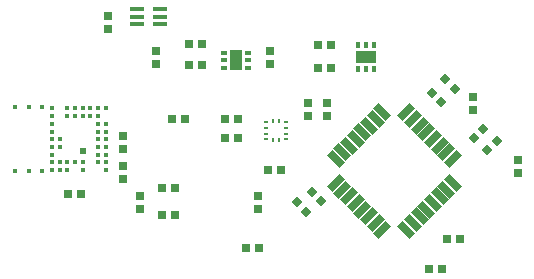
<source format=gtp>
G04*
G04 #@! TF.GenerationSoftware,Altium Limited,Altium Designer,23.2.1 (34)*
G04*
G04 Layer_Color=8421504*
%FSLAX44Y44*%
%MOMM*%
G71*
G04*
G04 #@! TF.SameCoordinates,0464F3E3-67CF-4866-B01E-C7DF65B2EEAF*
G04*
G04*
G04 #@! TF.FilePolarity,Positive*
G04*
G01*
G75*
%ADD17R,0.6400X0.6400*%
%ADD18P,0.9051X4X90.0*%
%ADD19P,0.9051X4X180.0*%
G04:AMPARAMS|DCode=20|XSize=1.475mm|YSize=0.6mm|CornerRadius=0mm|HoleSize=0mm|Usage=FLASHONLY|Rotation=225.000|XOffset=0mm|YOffset=0mm|HoleType=Round|Shape=Rectangle|*
%AMROTATEDRECTD20*
4,1,4,0.3094,0.7336,0.7336,0.3094,-0.3094,-0.7336,-0.7336,-0.3094,0.3094,0.7336,0.0*
%
%ADD20ROTATEDRECTD20*%

G04:AMPARAMS|DCode=21|XSize=1.475mm|YSize=0.6mm|CornerRadius=0mm|HoleSize=0mm|Usage=FLASHONLY|Rotation=315.000|XOffset=0mm|YOffset=0mm|HoleType=Round|Shape=Rectangle|*
%AMROTATEDRECTD21*
4,1,4,-0.7336,0.3094,-0.3094,0.7336,0.7336,-0.3094,0.3094,-0.7336,-0.7336,0.3094,0.0*
%
%ADD21ROTATEDRECTD21*%

%ADD22R,0.6400X0.6400*%
%ADD23R,0.4000X0.4000*%
%ADD24R,0.5000X0.5000*%
%ADD25R,0.4100X0.2800*%
%ADD26R,0.2800X0.4100*%
%ADD27R,1.7000X1.1000*%
%ADD28R,0.3500X0.6000*%
%ADD29R,1.2000X0.4000*%
%ADD30R,1.1000X1.7000*%
%ADD31R,0.6000X0.3500*%
D17*
X102870Y102020D02*
D03*
Y91020D02*
D03*
Y127420D02*
D03*
Y116420D02*
D03*
X217170Y65620D02*
D03*
Y76620D02*
D03*
X116840Y65620D02*
D03*
Y76620D02*
D03*
X259080Y144360D02*
D03*
Y155360D02*
D03*
X398780Y149440D02*
D03*
Y160440D02*
D03*
X436880Y96100D02*
D03*
X436880Y107100D02*
D03*
X130810Y199810D02*
D03*
Y188810D02*
D03*
X90170Y218020D02*
D03*
Y229020D02*
D03*
X227330Y199810D02*
D03*
Y188810D02*
D03*
X275590Y155360D02*
D03*
Y144360D02*
D03*
D18*
X399971Y125651D02*
D03*
X407749Y133429D02*
D03*
X419179Y123269D02*
D03*
X411401Y115491D02*
D03*
D19*
X383619Y167561D02*
D03*
X375841Y175339D02*
D03*
X364411Y163909D02*
D03*
X372189Y156131D02*
D03*
X250111Y71199D02*
D03*
X257889Y63421D02*
D03*
X262811Y80089D02*
D03*
X270589Y72311D02*
D03*
D20*
X382270Y107950D02*
D03*
X376613Y113607D02*
D03*
X370956Y119264D02*
D03*
X365299Y124921D02*
D03*
X359643Y130577D02*
D03*
X353986Y136234D02*
D03*
X348329Y141891D02*
D03*
X342672Y147548D02*
D03*
X282738Y87614D02*
D03*
X288395Y81957D02*
D03*
X294051Y76300D02*
D03*
X299708Y70643D02*
D03*
X305365Y64986D02*
D03*
X311022Y59329D02*
D03*
X316679Y53672D02*
D03*
X322336Y48016D02*
D03*
D21*
Y147548D02*
D03*
X316679Y141891D02*
D03*
X311022Y136234D02*
D03*
X305365Y130577D02*
D03*
X299708Y124921D02*
D03*
X294051Y119264D02*
D03*
X288395Y113607D02*
D03*
X282738Y107950D02*
D03*
X342672Y48016D02*
D03*
X348329Y53672D02*
D03*
X353986Y59329D02*
D03*
X359643Y64986D02*
D03*
X365299Y70643D02*
D03*
X370956Y76300D02*
D03*
X376613Y81957D02*
D03*
X382270Y87614D02*
D03*
D22*
X188810Y125730D02*
D03*
X199810D02*
D03*
Y142240D02*
D03*
X188810D02*
D03*
X361530Y15240D02*
D03*
X372530D02*
D03*
X387770Y40640D02*
D03*
X376770D02*
D03*
X155360Y142240D02*
D03*
X144360D02*
D03*
X146470Y60960D02*
D03*
X135470D02*
D03*
Y83820D02*
D03*
X146470D02*
D03*
X206590Y33020D02*
D03*
X217590D02*
D03*
X67310Y78740D02*
D03*
X56310D02*
D03*
X267550Y185420D02*
D03*
X278550D02*
D03*
X169330Y187960D02*
D03*
X158330D02*
D03*
X169330Y205740D02*
D03*
X158330D02*
D03*
X267550Y204470D02*
D03*
X278550D02*
D03*
X225640Y99060D02*
D03*
X236640D02*
D03*
D23*
X11430Y97790D02*
D03*
X22930D02*
D03*
X34430D02*
D03*
Y151790D02*
D03*
X22930D02*
D03*
X11430D02*
D03*
X55730Y105290D02*
D03*
X62230D02*
D03*
X68730D02*
D03*
X81730D02*
D03*
Y111790D02*
D03*
Y118290D02*
D03*
Y124790D02*
D03*
Y131290D02*
D03*
Y137790D02*
D03*
Y144290D02*
D03*
X75230D02*
D03*
X68730D02*
D03*
X62230D02*
D03*
X55730D02*
D03*
X49230Y124790D02*
D03*
Y118290D02*
D03*
Y105290D02*
D03*
Y98790D02*
D03*
X55730D02*
D03*
X68730D02*
D03*
X88230D02*
D03*
Y105290D02*
D03*
Y111790D02*
D03*
Y118290D02*
D03*
Y124790D02*
D03*
Y131290D02*
D03*
Y137790D02*
D03*
Y150790D02*
D03*
X81730D02*
D03*
X75230D02*
D03*
X68730D02*
D03*
X62230D02*
D03*
X55730D02*
D03*
X42730D02*
D03*
Y144290D02*
D03*
Y137790D02*
D03*
Y131290D02*
D03*
Y124790D02*
D03*
Y118290D02*
D03*
Y111790D02*
D03*
Y105290D02*
D03*
Y98790D02*
D03*
D24*
X68530Y114790D02*
D03*
D25*
X224260Y139580D02*
D03*
Y134580D02*
D03*
Y129580D02*
D03*
Y124580D02*
D03*
X240560D02*
D03*
Y129580D02*
D03*
Y134580D02*
D03*
Y139580D02*
D03*
D26*
X229910Y123930D02*
D03*
X234910D02*
D03*
Y140230D02*
D03*
X229910D02*
D03*
D27*
X308610Y194310D02*
D03*
D28*
X302110Y204810D02*
D03*
X308610D02*
D03*
X315110D02*
D03*
Y183810D02*
D03*
X308610D02*
D03*
X302110D02*
D03*
D29*
X133960Y235100D02*
D03*
Y228600D02*
D03*
Y222100D02*
D03*
X114960D02*
D03*
Y228600D02*
D03*
Y235100D02*
D03*
D30*
X198460Y191620D02*
D03*
D31*
X208960Y198120D02*
D03*
Y191620D02*
D03*
Y185120D02*
D03*
X187960D02*
D03*
Y191620D02*
D03*
Y198120D02*
D03*
M02*

</source>
